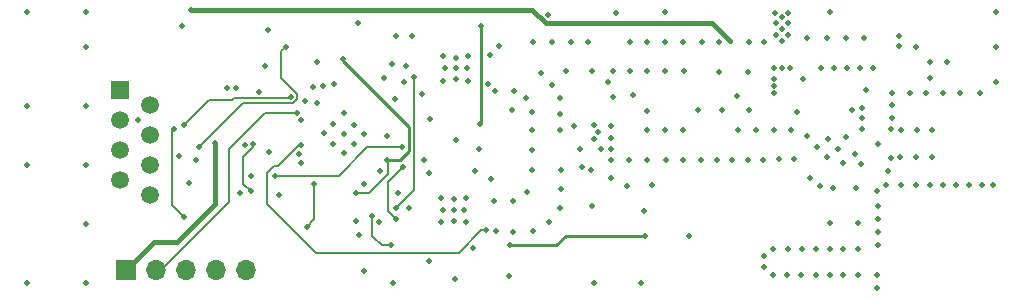
<source format=gbr>
%TF.GenerationSoftware,KiCad,Pcbnew,7.0.5-0*%
%TF.CreationDate,2024-02-03T13:41:04-08:00*%
%TF.ProjectId,transponder-11.9.1,7472616e-7370-46f6-9e64-65722d31312e,rev?*%
%TF.SameCoordinates,Original*%
%TF.FileFunction,Copper,L2,Inr*%
%TF.FilePolarity,Positive*%
%FSLAX46Y46*%
G04 Gerber Fmt 4.6, Leading zero omitted, Abs format (unit mm)*
G04 Created by KiCad (PCBNEW 7.0.5-0) date 2024-02-03 13:41:04*
%MOMM*%
%LPD*%
G01*
G04 APERTURE LIST*
%TA.AperFunction,ComponentPad*%
%ADD10R,1.700000X1.700000*%
%TD*%
%TA.AperFunction,ComponentPad*%
%ADD11O,1.700000X1.700000*%
%TD*%
%TA.AperFunction,ComponentPad*%
%ADD12R,1.500000X1.500000*%
%TD*%
%TA.AperFunction,ComponentPad*%
%ADD13C,1.500000*%
%TD*%
%TA.AperFunction,ComponentPad*%
%ADD14C,0.500000*%
%TD*%
%TA.AperFunction,ViaPad*%
%ADD15C,0.500000*%
%TD*%
%TA.AperFunction,Conductor*%
%ADD16C,0.152000*%
%TD*%
%TA.AperFunction,Conductor*%
%ADD17C,0.254000*%
%TD*%
%TA.AperFunction,Conductor*%
%ADD18C,0.400000*%
%TD*%
G04 APERTURE END LIST*
D10*
%TO.N,+3.3V*%
%TO.C,J2*%
X117325000Y-111900000D03*
D11*
%TO.N,SWDIO*%
X119865000Y-111900000D03*
%TO.N,SWCLK*%
X122405000Y-111900000D03*
%TO.N,NRST*%
X124945000Y-111900000D03*
%TO.N,GND*%
X127485000Y-111900000D03*
%TD*%
D12*
%TO.N,/Connections/V_IN*%
%TO.C,J1*%
X116850000Y-96650000D03*
D13*
%TO.N,/Connections/HOST_TX_OFF*%
X119390000Y-97920000D03*
%TO.N,/Connections/HOST_UART_TX*%
X116850000Y-99190000D03*
%TO.N,/Connections/HOST_GPS_STATUS*%
X119390000Y-100460000D03*
%TO.N,/Connections/HOST_UART_RX*%
X116850000Y-101730000D03*
%TO.N,/Connections/HOST_RX_STATUS*%
X119390000Y-103000000D03*
%TO.N,/Connections/HOST_TX_STATUS*%
X116850000Y-104270000D03*
%TO.N,GND*%
X119390000Y-105540000D03*
%TD*%
D14*
%TO.N,GND*%
%TO.C,U1*%
X146325000Y-95850000D03*
X146325000Y-93750000D03*
X144225000Y-95850000D03*
X144225000Y-93750000D03*
%TD*%
%TO.N,GND*%
%TO.C,U2*%
X146150000Y-107850000D03*
X146150000Y-105750000D03*
X144050000Y-107850000D03*
X144050000Y-105750000D03*
%TD*%
D15*
%TO.N,GND*%
X175000000Y-100500000D03*
X144400000Y-94800000D03*
X184300000Y-100000000D03*
X164500000Y-102600000D03*
X134900000Y-101200000D03*
X150100000Y-106000000D03*
X145300000Y-95700000D03*
X181000000Y-101200000D03*
X155300000Y-99700000D03*
X161500000Y-98400000D03*
X122100000Y-91200000D03*
X145100000Y-105900000D03*
X164500000Y-92600000D03*
X114000000Y-90000000D03*
X179200000Y-104900000D03*
X151800000Y-92600000D03*
X169200000Y-100000000D03*
X173400000Y-110100000D03*
X181000000Y-109800000D03*
X182900000Y-102300000D03*
X156700000Y-103400000D03*
X183700000Y-96900000D03*
X161500000Y-100000000D03*
X185100000Y-96900000D03*
X158600000Y-95000000D03*
X186500000Y-96900000D03*
X176100000Y-104800000D03*
X172100000Y-112300000D03*
X189800000Y-104700000D03*
X114000000Y-108000000D03*
X176700000Y-92200000D03*
X167600000Y-92600000D03*
X159900000Y-102600000D03*
X145300000Y-100900000D03*
X126700000Y-96500000D03*
X182100000Y-102400000D03*
X135800000Y-102000000D03*
X172900000Y-94800000D03*
X185400000Y-95600000D03*
X178100000Y-110100000D03*
X186900000Y-94300000D03*
X153200000Y-107800000D03*
X181900000Y-103500000D03*
X163000000Y-100000000D03*
X181000000Y-107600000D03*
X143000000Y-111100000D03*
X172200000Y-96900000D03*
X121800000Y-102200000D03*
X158600000Y-97200000D03*
X114000000Y-93000000D03*
X185600000Y-102300000D03*
X151700000Y-98500000D03*
X177000000Y-112300000D03*
X166100000Y-92600000D03*
X184200000Y-93000000D03*
X175000000Y-92200000D03*
X176200000Y-94800000D03*
X179300000Y-112300000D03*
X184200000Y-102300000D03*
X175800000Y-110100000D03*
X184200000Y-104700000D03*
X154100000Y-98700000D03*
X160000000Y-92600000D03*
X140000000Y-113000000D03*
X191000000Y-96000000D03*
X154600000Y-95000000D03*
X158400000Y-102600000D03*
X182200000Y-99000000D03*
X161000000Y-113000000D03*
X171400000Y-110700000D03*
X172900000Y-92500000D03*
X178800000Y-98300000D03*
X179700000Y-99000000D03*
X167400000Y-102600000D03*
X170000000Y-95100000D03*
X191000000Y-90000000D03*
X172600000Y-102500000D03*
X151800000Y-108600000D03*
X172400000Y-92000000D03*
X148900000Y-92900000D03*
X147200000Y-101600000D03*
X179300000Y-110100000D03*
X150100000Y-108700000D03*
X177000000Y-90000000D03*
X176700000Y-102300000D03*
X173400000Y-92000000D03*
X177200000Y-104900000D03*
X188700000Y-104700000D03*
X142600000Y-102600000D03*
X161500000Y-95000000D03*
X173300000Y-112300000D03*
X158400000Y-101600000D03*
X178400000Y-94800000D03*
X181000000Y-106500000D03*
X173700000Y-100000000D03*
X182800000Y-92900000D03*
X127400000Y-101300000D03*
X182200000Y-97900000D03*
X160000000Y-95000000D03*
X181000000Y-108700000D03*
X148200000Y-93700000D03*
X109000000Y-98000000D03*
X182800000Y-92100000D03*
X178100000Y-112300000D03*
X140200000Y-92100000D03*
X170700000Y-100000000D03*
X137000000Y-91000000D03*
X183000000Y-100000000D03*
X163000000Y-90000000D03*
X183000000Y-104700000D03*
X158400000Y-100700000D03*
X152500000Y-95200000D03*
X109000000Y-113000000D03*
X177000000Y-110100000D03*
X154100000Y-97300000D03*
X151300000Y-105300000D03*
X153100000Y-90300000D03*
X172300000Y-90100000D03*
X148600000Y-96700000D03*
X143100000Y-99100000D03*
X170000000Y-102600000D03*
X164600000Y-95000000D03*
X109000000Y-103000000D03*
X153400000Y-92600000D03*
X178100000Y-102800000D03*
X180900000Y-105200000D03*
X172200000Y-95700000D03*
X157600000Y-101600000D03*
X174500000Y-112300000D03*
X153400000Y-96200000D03*
X150200000Y-96700000D03*
X157000000Y-113000000D03*
X154200000Y-103400000D03*
X114000000Y-103000000D03*
X163000000Y-92600000D03*
X151700000Y-100000000D03*
X170100000Y-92600000D03*
X177300000Y-94800000D03*
X156800000Y-106500000D03*
X180600000Y-94800000D03*
X170100000Y-98300000D03*
X165800000Y-98300000D03*
X172100000Y-110100000D03*
X154100000Y-100000000D03*
X134900000Y-99500000D03*
X135800000Y-98600000D03*
X182100000Y-99900000D03*
X160300000Y-97100000D03*
X125900000Y-96500000D03*
X157000000Y-99600000D03*
X137500000Y-100400000D03*
X146900000Y-103500000D03*
X145200000Y-112600000D03*
X167800000Y-98300000D03*
X166000000Y-102600000D03*
X159800000Y-104800000D03*
X172900000Y-91500000D03*
X173600000Y-94800000D03*
X172200000Y-94800000D03*
X177000000Y-107900000D03*
X144200000Y-106800000D03*
X129400000Y-91600000D03*
X172900000Y-90500000D03*
X141600000Y-92100000D03*
X148500000Y-106000000D03*
X185600000Y-100000000D03*
X164500000Y-100000000D03*
X171400000Y-92600000D03*
X154100000Y-106600000D03*
X114000000Y-113000000D03*
X179700000Y-98200000D03*
X173900000Y-102500000D03*
X136700000Y-99600000D03*
X156500000Y-92600000D03*
X185400000Y-94300000D03*
X181700000Y-104700000D03*
X146200000Y-94800000D03*
X146000000Y-106800000D03*
X114000000Y-98000000D03*
X175800000Y-112300000D03*
X172400000Y-91000000D03*
X179800000Y-92200000D03*
X179300000Y-107900000D03*
X186500000Y-104700000D03*
X173400000Y-90100000D03*
X145100000Y-106800000D03*
X187600000Y-104700000D03*
X172200000Y-100000000D03*
X178300000Y-92200000D03*
X180000000Y-96600000D03*
X129100000Y-94600000D03*
X190800000Y-104700000D03*
X158400000Y-99700000D03*
X177600000Y-101600000D03*
X180900000Y-112300000D03*
X188000000Y-96900000D03*
X161500000Y-92600000D03*
X191000000Y-93000000D03*
X145300000Y-93900000D03*
X109000000Y-90000000D03*
X175900000Y-101500000D03*
X168700000Y-102600000D03*
X175300000Y-104100000D03*
X167600000Y-95100000D03*
X176800000Y-100800000D03*
X136700000Y-101200000D03*
X179700000Y-99900000D03*
X155800000Y-101600000D03*
X172200000Y-96300000D03*
X174600000Y-110100000D03*
X180900000Y-113400000D03*
X151700000Y-101700000D03*
X161500000Y-102600000D03*
X171300000Y-102600000D03*
X154200000Y-105000000D03*
X148700000Y-108600000D03*
X182200000Y-96900000D03*
X151200000Y-97300000D03*
X163100000Y-102600000D03*
X135800000Y-100400000D03*
X179600000Y-102900000D03*
X171400000Y-111600000D03*
X155000000Y-92600000D03*
X157300000Y-100200000D03*
X151700000Y-103400000D03*
X145100000Y-107700000D03*
X156800000Y-95000000D03*
X185400000Y-104700000D03*
X179500000Y-94800000D03*
X189700000Y-96900000D03*
X157000000Y-100800000D03*
X173400000Y-91000000D03*
X134100000Y-100300000D03*
X145300000Y-94800000D03*
X163000000Y-95000000D03*
%TO.N,+3.3V*%
X136831443Y-105319230D03*
X124900000Y-101100000D03*
X148300000Y-104200000D03*
X161300000Y-109000000D03*
X135700000Y-94000000D03*
X149900000Y-109800000D03*
X179046220Y-102063024D03*
X165000000Y-109000000D03*
X147300000Y-99500000D03*
X139491490Y-102600000D03*
X128642814Y-96774500D03*
X147400000Y-91200000D03*
%TO.N,/Connections/MCU_UART_TX*%
X134049500Y-96300000D03*
X133500000Y-94276500D03*
%TO.N,/Connections/MCU_UART_RX*%
X133485172Y-97714828D03*
X133200000Y-96400000D03*
%TO.N,/Connections/GPS_STATUS*%
X132503578Y-97549831D03*
X127900000Y-103900000D03*
%TO.N,/Connections/HOST_TX_OFF*%
X121385000Y-99915000D03*
X122300000Y-107400000D03*
%TO.N,/Connections/HOST_TX_STATUS*%
X122700000Y-104500000D03*
%TO.N,/Connections/HOST_RX_STATUS*%
X123300000Y-102600000D03*
%TO.N,/Connections/HOST_UART_RX*%
X130875000Y-93000000D03*
X123500000Y-101500000D03*
%TO.N,/Connections/HOST_UART_TX*%
X131300000Y-97200000D03*
X122300000Y-99600000D03*
X118400000Y-99200000D03*
%TO.N,Net-(IC1-ADJ{slash}NC)*%
X174700000Y-95700000D03*
X174200000Y-98500000D03*
%TO.N,/Connections/V_IN*%
X122900000Y-89887500D03*
X169100000Y-97175000D03*
X168500000Y-92500000D03*
%TO.N,/GNSS/GPS_EN*%
X139800000Y-109800000D03*
X138206429Y-107296909D03*
X137525500Y-104600000D03*
X149800000Y-112400000D03*
%TO.N,/Receiver/V_LNA*%
X150000000Y-98300000D03*
X158200000Y-96000000D03*
%TO.N,/Connections/RX_STATUS*%
X140700000Y-101500000D03*
X129979145Y-103950224D03*
%TO.N,/MCU/V_PA_BIAS*%
X135000000Y-96100000D03*
X158800000Y-90100000D03*
%TO.N,/MCU/TRX_SDN*%
X147976500Y-96100000D03*
X139200000Y-95600000D03*
%TO.N,/MCU/SPI_SCK*%
X140400000Y-105400000D03*
X140166990Y-97366991D03*
X139900000Y-94400000D03*
%TO.N,/MCU/SPI_MISO*%
X141100000Y-94624500D03*
X140863438Y-95975500D03*
X141300000Y-106600000D03*
%TO.N,/Receiver/V_LNA*%
X155950000Y-103200000D03*
%TO.N,/MCU/SPI_MOSI*%
X141775998Y-95568700D03*
X140200000Y-106600000D03*
%TO.N,/MCU/RX_SDN*%
X132200000Y-101300000D03*
X147810996Y-108479266D03*
%TO.N,/GNSS/GPS_1PPS*%
X136800000Y-107700000D03*
X161200000Y-106900000D03*
X137100000Y-108925500D03*
X139491490Y-100500000D03*
%TO.N,/GNSS/GPS_OUT*%
X142375500Y-97000000D03*
X161900000Y-104700000D03*
%TO.N,/MCU/RX_DATA*%
X143000000Y-103700000D03*
X132209431Y-102800676D03*
%TO.N,/MCU/RX_CS*%
X140200000Y-107599503D03*
X140791812Y-103137929D03*
%TO.N,/MCU/RX_CLK*%
X132000000Y-102100000D03*
X146700000Y-110000000D03*
%TO.N,Net-(U10-D1)*%
X127000000Y-105400000D03*
X129437610Y-101861544D03*
%TO.N,Net-(U5-PB7)*%
X132700000Y-108200000D03*
X133300000Y-104625724D03*
%TO.N,Net-(U10-G2)*%
X128100000Y-101200000D03*
X130300000Y-105500000D03*
X127900000Y-105200000D03*
%TO.N,Net-(D4-K)*%
X178300000Y-100600000D03*
X158400000Y-104100000D03*
%TO.N,SWDIO*%
X131800000Y-98600000D03*
%TO.N,SWCLK*%
X132200000Y-99200000D03*
%TO.N,NRST*%
X138800000Y-107857677D03*
X137500000Y-112000000D03*
X138824980Y-103477484D03*
%TD*%
D16*
%TO.N,+3.3V*%
X137939243Y-105319230D02*
X136831443Y-105319230D01*
D17*
X141297000Y-99797000D02*
X135700000Y-94200000D01*
X153800000Y-109800000D02*
X154600000Y-109000000D01*
X141297000Y-101816739D02*
X141297000Y-99797000D01*
D18*
X117325000Y-111900000D02*
X119725000Y-109500000D01*
D16*
X139491490Y-102600000D02*
X139500980Y-102609490D01*
D17*
X154600000Y-109000000D02*
X161300000Y-109000000D01*
X149900000Y-109800000D02*
X153800000Y-109800000D01*
D16*
X139500980Y-103757493D02*
X137939243Y-105319230D01*
D18*
X124900000Y-106300000D02*
X124900000Y-101100000D01*
X119725000Y-109500000D02*
X121700000Y-109500000D01*
D17*
X139491490Y-102600000D02*
X140513739Y-102600000D01*
X147400000Y-91200000D02*
X147400000Y-99400000D01*
X140513739Y-102600000D02*
X141297000Y-101816739D01*
D16*
X139500980Y-102609490D02*
X139500980Y-103757493D01*
D17*
X147400000Y-99400000D02*
X147300000Y-99500000D01*
D18*
X121700000Y-109500000D02*
X124900000Y-106300000D01*
D17*
X135700000Y-94200000D02*
X135700000Y-94000000D01*
D16*
%TO.N,/Connections/HOST_TX_OFF*%
X122300000Y-107400000D02*
X121274000Y-106374000D01*
X121274000Y-100026000D02*
X121385000Y-99915000D01*
X121274000Y-106374000D02*
X121274000Y-100026000D01*
%TO.N,/Connections/HOST_UART_RX*%
X131826000Y-96982123D02*
X131826000Y-97417877D01*
X130875000Y-93000000D02*
X130500000Y-93375000D01*
X130500000Y-95656123D02*
X131826000Y-96982123D01*
X131517877Y-97726000D02*
X127274000Y-97726000D01*
X127274000Y-97726000D02*
X123500000Y-101500000D01*
X131826000Y-97417877D02*
X131517877Y-97726000D01*
X130500000Y-93375000D02*
X130500000Y-95656123D01*
%TO.N,/Connections/HOST_UART_TX*%
X122300000Y-99600000D02*
X124400000Y-97500000D01*
X126500000Y-97300000D02*
X131200000Y-97300000D01*
X124400000Y-97500000D02*
X126300000Y-97500000D01*
X126300000Y-97500000D02*
X126500000Y-97300000D01*
X131200000Y-97300000D02*
X131300000Y-97200000D01*
D18*
%TO.N,/Connections/V_IN*%
X151768261Y-89887500D02*
X152880761Y-91000000D01*
X160700000Y-91000000D02*
X167000000Y-91000000D01*
X167000000Y-91000000D02*
X168500000Y-92500000D01*
X152880761Y-91000000D02*
X160700000Y-91000000D01*
X122900000Y-89887500D02*
X151768261Y-89887500D01*
D16*
%TO.N,/GNSS/GPS_EN*%
X138300000Y-109100000D02*
X139000000Y-109800000D01*
X139000000Y-109800000D02*
X139800000Y-109800000D01*
X138206429Y-107296909D02*
X138206429Y-109006429D01*
X138206429Y-109006429D02*
X138300000Y-109100000D01*
%TO.N,/Connections/RX_STATUS*%
X137800000Y-101500000D02*
X135349776Y-103950224D01*
X135349776Y-103950224D02*
X129979145Y-103950224D01*
X140700000Y-101500000D02*
X137800000Y-101500000D01*
%TO.N,/MCU/SPI_MOSI*%
X140200000Y-106600000D02*
X141700000Y-105100000D01*
X141700000Y-105100000D02*
X141700000Y-95644698D01*
X141700000Y-95644698D02*
X141775998Y-95568700D01*
%TO.N,/MCU/RX_SDN*%
X129303145Y-106303145D02*
X129303145Y-103670215D01*
X133400000Y-110400000D02*
X129303145Y-106303145D01*
X129867005Y-103106355D02*
X130200000Y-103106355D01*
X145507476Y-110400000D02*
X133400000Y-110400000D01*
X147810996Y-108479266D02*
X147428210Y-108479266D01*
X130200000Y-103106355D02*
X132006355Y-101300000D01*
X129303145Y-103670215D02*
X129867005Y-103106355D01*
X147428210Y-108479266D02*
X145507476Y-110400000D01*
X132006355Y-101300000D02*
X132200000Y-101300000D01*
%TO.N,/MCU/RX_CS*%
X139524000Y-104405741D02*
X139524000Y-106923503D01*
X139524000Y-106923503D02*
X140200000Y-107599503D01*
X140791812Y-103137929D02*
X139524000Y-104405741D01*
%TO.N,Net-(U5-PB7)*%
X133300000Y-104625724D02*
X133300000Y-107600000D01*
X133300000Y-107600000D02*
X132700000Y-108200000D01*
%TO.N,Net-(U10-G2)*%
X127300000Y-104600000D02*
X127300000Y-102300000D01*
X127300000Y-102300000D02*
X128100000Y-101500000D01*
X127900000Y-105200000D02*
X127300000Y-104600000D01*
X128100000Y-101500000D02*
X128100000Y-101200000D01*
%TO.N,SWDIO*%
X126100000Y-101600000D02*
X126100000Y-106100000D01*
X126100000Y-106100000D02*
X120300000Y-111900000D01*
X129100000Y-98600000D02*
X126100000Y-101600000D01*
X120300000Y-111900000D02*
X119865000Y-111900000D01*
X131800000Y-98600000D02*
X129100000Y-98600000D01*
%TD*%
M02*

</source>
